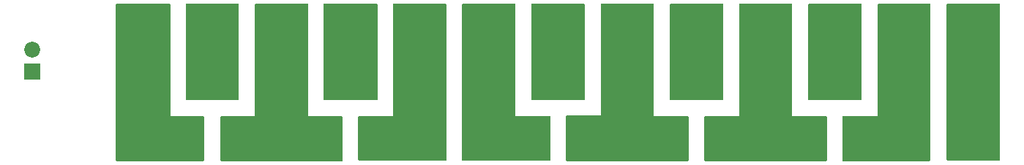
<source format=gbr>
G04 EAGLE Gerber RS-274X export*
G75*
%MOMM*%
%FSLAX34Y34*%
%LPD*%
%INBottom Copper*%
%IPPOS*%
%AMOC8*
5,1,8,0,0,1.08239X$1,22.5*%
G01*
%ADD10R,1.832800X1.832800*%
%ADD11C,1.832800*%

G36*
X790164Y8610D02*
X790164Y8610D01*
X790228Y8609D01*
X790303Y8630D01*
X790379Y8641D01*
X790438Y8667D01*
X790500Y8684D01*
X790566Y8725D01*
X790636Y8757D01*
X790685Y8799D01*
X790740Y8832D01*
X790792Y8890D01*
X790850Y8940D01*
X790886Y8994D01*
X790929Y9042D01*
X790962Y9111D01*
X791005Y9176D01*
X791024Y9238D01*
X791052Y9295D01*
X791063Y9365D01*
X791087Y9446D01*
X791088Y9531D01*
X791099Y9600D01*
X791099Y59400D01*
X791090Y59464D01*
X791091Y59528D01*
X791070Y59603D01*
X791059Y59679D01*
X791033Y59738D01*
X791016Y59800D01*
X790975Y59866D01*
X790943Y59936D01*
X790901Y59985D01*
X790868Y60040D01*
X790810Y60092D01*
X790760Y60150D01*
X790706Y60186D01*
X790658Y60229D01*
X790589Y60262D01*
X790524Y60305D01*
X790462Y60324D01*
X790405Y60352D01*
X790335Y60363D01*
X790254Y60387D01*
X790169Y60388D01*
X790100Y60399D01*
X750999Y60399D01*
X750999Y190000D01*
X750990Y190064D01*
X750991Y190128D01*
X750970Y190203D01*
X750959Y190279D01*
X750933Y190338D01*
X750916Y190400D01*
X750875Y190466D01*
X750843Y190536D01*
X750801Y190585D01*
X750768Y190640D01*
X750710Y190692D01*
X750660Y190750D01*
X750606Y190786D01*
X750558Y190829D01*
X750489Y190862D01*
X750424Y190905D01*
X750362Y190924D01*
X750305Y190952D01*
X750235Y190963D01*
X750154Y190987D01*
X750069Y190988D01*
X750000Y190999D01*
X690500Y190999D01*
X690436Y190990D01*
X690372Y190991D01*
X690297Y190970D01*
X690221Y190959D01*
X690162Y190933D01*
X690100Y190916D01*
X690034Y190875D01*
X689964Y190843D01*
X689915Y190801D01*
X689860Y190768D01*
X689808Y190710D01*
X689750Y190660D01*
X689714Y190606D01*
X689671Y190558D01*
X689638Y190489D01*
X689595Y190424D01*
X689576Y190362D01*
X689548Y190305D01*
X689537Y190235D01*
X689513Y190154D01*
X689512Y190069D01*
X689501Y190000D01*
X689501Y61399D01*
X650400Y61399D01*
X650336Y61390D01*
X650272Y61391D01*
X650197Y61370D01*
X650121Y61359D01*
X650062Y61333D01*
X650000Y61316D01*
X649934Y61275D01*
X649864Y61243D01*
X649815Y61201D01*
X649760Y61168D01*
X649708Y61110D01*
X649650Y61060D01*
X649614Y61006D01*
X649571Y60958D01*
X649538Y60889D01*
X649495Y60824D01*
X649476Y60762D01*
X649448Y60705D01*
X649437Y60635D01*
X649413Y60554D01*
X649412Y60469D01*
X649401Y60400D01*
X649401Y9600D01*
X649410Y9536D01*
X649409Y9472D01*
X649430Y9397D01*
X649441Y9321D01*
X649467Y9262D01*
X649484Y9200D01*
X649525Y9134D01*
X649557Y9064D01*
X649599Y9015D01*
X649632Y8960D01*
X649690Y8908D01*
X649740Y8850D01*
X649794Y8814D01*
X649842Y8771D01*
X649911Y8738D01*
X649976Y8695D01*
X650038Y8676D01*
X650095Y8648D01*
X650165Y8637D01*
X650246Y8613D01*
X650331Y8612D01*
X650400Y8601D01*
X790100Y8601D01*
X790164Y8610D01*
G37*
G36*
X390164Y8610D02*
X390164Y8610D01*
X390228Y8609D01*
X390303Y8630D01*
X390379Y8641D01*
X390438Y8667D01*
X390500Y8684D01*
X390566Y8725D01*
X390636Y8757D01*
X390685Y8799D01*
X390740Y8832D01*
X390792Y8890D01*
X390850Y8940D01*
X390886Y8994D01*
X390929Y9042D01*
X390962Y9111D01*
X391005Y9176D01*
X391024Y9238D01*
X391052Y9295D01*
X391063Y9365D01*
X391087Y9446D01*
X391088Y9531D01*
X391099Y9600D01*
X391099Y59400D01*
X391090Y59464D01*
X391091Y59528D01*
X391070Y59603D01*
X391059Y59679D01*
X391033Y59738D01*
X391016Y59800D01*
X390975Y59866D01*
X390943Y59936D01*
X390901Y59985D01*
X390868Y60040D01*
X390810Y60092D01*
X390760Y60150D01*
X390706Y60186D01*
X390658Y60229D01*
X390589Y60262D01*
X390524Y60305D01*
X390462Y60324D01*
X390405Y60352D01*
X390335Y60363D01*
X390254Y60387D01*
X390169Y60388D01*
X390100Y60399D01*
X350999Y60399D01*
X350999Y190000D01*
X350990Y190064D01*
X350991Y190128D01*
X350970Y190203D01*
X350959Y190279D01*
X350933Y190338D01*
X350916Y190400D01*
X350875Y190466D01*
X350843Y190536D01*
X350801Y190585D01*
X350768Y190640D01*
X350710Y190692D01*
X350660Y190750D01*
X350606Y190786D01*
X350558Y190829D01*
X350489Y190862D01*
X350424Y190905D01*
X350362Y190924D01*
X350305Y190952D01*
X350235Y190963D01*
X350154Y190987D01*
X350069Y190988D01*
X350000Y190999D01*
X290500Y190999D01*
X290436Y190990D01*
X290372Y190991D01*
X290297Y190970D01*
X290221Y190959D01*
X290162Y190933D01*
X290100Y190916D01*
X290034Y190875D01*
X289964Y190843D01*
X289915Y190801D01*
X289860Y190768D01*
X289808Y190710D01*
X289750Y190660D01*
X289714Y190606D01*
X289671Y190558D01*
X289638Y190489D01*
X289595Y190424D01*
X289576Y190362D01*
X289548Y190305D01*
X289537Y190235D01*
X289513Y190154D01*
X289512Y190069D01*
X289501Y190000D01*
X289501Y60399D01*
X250400Y60399D01*
X250336Y60390D01*
X250272Y60391D01*
X250197Y60370D01*
X250121Y60359D01*
X250062Y60333D01*
X250000Y60316D01*
X249934Y60275D01*
X249864Y60243D01*
X249815Y60201D01*
X249760Y60168D01*
X249708Y60110D01*
X249650Y60060D01*
X249614Y60006D01*
X249571Y59958D01*
X249538Y59889D01*
X249495Y59824D01*
X249476Y59762D01*
X249448Y59705D01*
X249437Y59635D01*
X249413Y59554D01*
X249412Y59469D01*
X249401Y59400D01*
X249401Y9600D01*
X249410Y9536D01*
X249409Y9472D01*
X249430Y9397D01*
X249441Y9321D01*
X249467Y9262D01*
X249484Y9200D01*
X249525Y9134D01*
X249557Y9064D01*
X249599Y9015D01*
X249632Y8960D01*
X249690Y8908D01*
X249740Y8850D01*
X249794Y8814D01*
X249842Y8771D01*
X249911Y8738D01*
X249976Y8695D01*
X250038Y8676D01*
X250095Y8648D01*
X250165Y8637D01*
X250246Y8613D01*
X250331Y8612D01*
X250400Y8601D01*
X390100Y8601D01*
X390164Y8610D01*
G37*
G36*
X950164Y8610D02*
X950164Y8610D01*
X950228Y8609D01*
X950303Y8630D01*
X950379Y8641D01*
X950438Y8667D01*
X950500Y8684D01*
X950566Y8725D01*
X950636Y8757D01*
X950685Y8799D01*
X950740Y8832D01*
X950792Y8890D01*
X950850Y8940D01*
X950886Y8994D01*
X950929Y9042D01*
X950962Y9111D01*
X951005Y9176D01*
X951024Y9238D01*
X951052Y9295D01*
X951063Y9365D01*
X951087Y9446D01*
X951088Y9531D01*
X951099Y9600D01*
X951099Y59400D01*
X951090Y59464D01*
X951091Y59528D01*
X951070Y59603D01*
X951059Y59679D01*
X951033Y59738D01*
X951016Y59800D01*
X950975Y59866D01*
X950943Y59936D01*
X950901Y59985D01*
X950868Y60040D01*
X950810Y60092D01*
X950760Y60150D01*
X950706Y60186D01*
X950658Y60229D01*
X950589Y60262D01*
X950524Y60305D01*
X950462Y60324D01*
X950405Y60352D01*
X950335Y60363D01*
X950254Y60387D01*
X950169Y60388D01*
X950100Y60399D01*
X910999Y60399D01*
X910999Y190000D01*
X910990Y190064D01*
X910991Y190128D01*
X910970Y190203D01*
X910959Y190279D01*
X910933Y190338D01*
X910916Y190400D01*
X910875Y190466D01*
X910843Y190536D01*
X910801Y190585D01*
X910768Y190640D01*
X910710Y190692D01*
X910660Y190750D01*
X910606Y190786D01*
X910558Y190829D01*
X910489Y190862D01*
X910424Y190905D01*
X910362Y190924D01*
X910305Y190952D01*
X910235Y190963D01*
X910154Y190987D01*
X910069Y190988D01*
X910000Y190999D01*
X850500Y190999D01*
X850436Y190990D01*
X850372Y190991D01*
X850297Y190970D01*
X850221Y190959D01*
X850162Y190933D01*
X850100Y190916D01*
X850034Y190875D01*
X849964Y190843D01*
X849915Y190801D01*
X849860Y190768D01*
X849808Y190710D01*
X849750Y190660D01*
X849714Y190606D01*
X849671Y190558D01*
X849638Y190489D01*
X849595Y190424D01*
X849576Y190362D01*
X849548Y190305D01*
X849537Y190235D01*
X849513Y190154D01*
X849512Y190069D01*
X849501Y190000D01*
X849501Y60399D01*
X810400Y60399D01*
X810336Y60390D01*
X810272Y60391D01*
X810197Y60370D01*
X810121Y60359D01*
X810062Y60333D01*
X810000Y60316D01*
X809934Y60275D01*
X809864Y60243D01*
X809815Y60201D01*
X809760Y60168D01*
X809708Y60110D01*
X809650Y60060D01*
X809614Y60006D01*
X809571Y59958D01*
X809538Y59889D01*
X809495Y59824D01*
X809476Y59762D01*
X809448Y59705D01*
X809437Y59635D01*
X809413Y59554D01*
X809412Y59469D01*
X809401Y59400D01*
X809401Y9600D01*
X809410Y9536D01*
X809409Y9472D01*
X809430Y9397D01*
X809441Y9321D01*
X809467Y9262D01*
X809484Y9200D01*
X809525Y9134D01*
X809557Y9064D01*
X809599Y9015D01*
X809632Y8960D01*
X809690Y8908D01*
X809740Y8850D01*
X809794Y8814D01*
X809842Y8771D01*
X809911Y8738D01*
X809976Y8695D01*
X810038Y8676D01*
X810095Y8648D01*
X810165Y8637D01*
X810246Y8613D01*
X810331Y8612D01*
X810400Y8601D01*
X950100Y8601D01*
X950164Y8610D01*
G37*
G36*
X229764Y8610D02*
X229764Y8610D01*
X229828Y8609D01*
X229903Y8630D01*
X229979Y8641D01*
X230038Y8667D01*
X230100Y8684D01*
X230166Y8725D01*
X230236Y8757D01*
X230285Y8799D01*
X230340Y8832D01*
X230392Y8890D01*
X230450Y8940D01*
X230486Y8994D01*
X230529Y9042D01*
X230562Y9111D01*
X230605Y9176D01*
X230624Y9238D01*
X230652Y9295D01*
X230663Y9365D01*
X230687Y9446D01*
X230688Y9531D01*
X230699Y9600D01*
X230699Y59400D01*
X230690Y59464D01*
X230691Y59528D01*
X230670Y59603D01*
X230659Y59679D01*
X230633Y59738D01*
X230616Y59800D01*
X230575Y59866D01*
X230543Y59936D01*
X230501Y59985D01*
X230468Y60040D01*
X230410Y60092D01*
X230360Y60150D01*
X230306Y60186D01*
X230258Y60229D01*
X230189Y60262D01*
X230124Y60305D01*
X230062Y60324D01*
X230005Y60352D01*
X229935Y60363D01*
X229854Y60387D01*
X229769Y60388D01*
X229700Y60399D01*
X191599Y60399D01*
X191599Y190000D01*
X191590Y190064D01*
X191591Y190128D01*
X191570Y190203D01*
X191559Y190279D01*
X191533Y190338D01*
X191516Y190400D01*
X191475Y190466D01*
X191443Y190536D01*
X191401Y190585D01*
X191368Y190640D01*
X191310Y190692D01*
X191260Y190750D01*
X191206Y190786D01*
X191158Y190829D01*
X191089Y190862D01*
X191024Y190905D01*
X190962Y190924D01*
X190905Y190952D01*
X190835Y190963D01*
X190754Y190987D01*
X190669Y190988D01*
X190600Y190999D01*
X129800Y190999D01*
X129736Y190990D01*
X129672Y190991D01*
X129597Y190970D01*
X129521Y190959D01*
X129462Y190933D01*
X129400Y190916D01*
X129334Y190875D01*
X129264Y190843D01*
X129215Y190801D01*
X129160Y190768D01*
X129108Y190710D01*
X129050Y190660D01*
X129014Y190606D01*
X128971Y190558D01*
X128938Y190489D01*
X128895Y190424D01*
X128876Y190362D01*
X128848Y190305D01*
X128837Y190235D01*
X128813Y190154D01*
X128812Y190069D01*
X128801Y190000D01*
X128801Y9600D01*
X128810Y9536D01*
X128809Y9472D01*
X128830Y9397D01*
X128841Y9321D01*
X128867Y9262D01*
X128884Y9200D01*
X128925Y9134D01*
X128957Y9064D01*
X128999Y9015D01*
X129032Y8960D01*
X129090Y8908D01*
X129140Y8850D01*
X129194Y8814D01*
X129242Y8771D01*
X129311Y8738D01*
X129376Y8695D01*
X129438Y8676D01*
X129495Y8648D01*
X129565Y8637D01*
X129646Y8613D01*
X129731Y8612D01*
X129800Y8601D01*
X229700Y8601D01*
X229764Y8610D01*
G37*
G36*
X630064Y9010D02*
X630064Y9010D01*
X630128Y9009D01*
X630203Y9030D01*
X630279Y9041D01*
X630338Y9067D01*
X630400Y9084D01*
X630466Y9125D01*
X630536Y9157D01*
X630585Y9199D01*
X630640Y9232D01*
X630692Y9290D01*
X630750Y9340D01*
X630786Y9394D01*
X630829Y9442D01*
X630862Y9511D01*
X630905Y9576D01*
X630924Y9638D01*
X630952Y9695D01*
X630963Y9765D01*
X630987Y9846D01*
X630988Y9931D01*
X630999Y10000D01*
X630999Y60000D01*
X630991Y60060D01*
X630991Y60090D01*
X630991Y60092D01*
X630991Y60128D01*
X630970Y60203D01*
X630959Y60279D01*
X630933Y60338D01*
X630916Y60400D01*
X630875Y60466D01*
X630843Y60536D01*
X630801Y60585D01*
X630768Y60640D01*
X630710Y60692D01*
X630660Y60750D01*
X630606Y60786D01*
X630558Y60829D01*
X630489Y60862D01*
X630424Y60905D01*
X630362Y60924D01*
X630305Y60952D01*
X630235Y60963D01*
X630154Y60987D01*
X630069Y60988D01*
X630000Y60999D01*
X590999Y60999D01*
X590999Y190000D01*
X590990Y190064D01*
X590991Y190128D01*
X590970Y190203D01*
X590959Y190279D01*
X590933Y190338D01*
X590916Y190400D01*
X590875Y190466D01*
X590843Y190536D01*
X590801Y190585D01*
X590768Y190640D01*
X590710Y190692D01*
X590660Y190750D01*
X590606Y190786D01*
X590558Y190829D01*
X590489Y190862D01*
X590424Y190905D01*
X590362Y190924D01*
X590305Y190952D01*
X590235Y190963D01*
X590154Y190987D01*
X590069Y190988D01*
X590000Y190999D01*
X530000Y190999D01*
X529936Y190990D01*
X529872Y190991D01*
X529797Y190970D01*
X529721Y190959D01*
X529662Y190933D01*
X529600Y190916D01*
X529534Y190875D01*
X529464Y190843D01*
X529415Y190801D01*
X529360Y190768D01*
X529308Y190710D01*
X529250Y190660D01*
X529214Y190606D01*
X529171Y190558D01*
X529138Y190489D01*
X529095Y190424D01*
X529076Y190362D01*
X529048Y190305D01*
X529037Y190235D01*
X529013Y190154D01*
X529012Y190069D01*
X529001Y190000D01*
X529001Y10000D01*
X529010Y9936D01*
X529009Y9872D01*
X529030Y9797D01*
X529041Y9721D01*
X529067Y9662D01*
X529084Y9600D01*
X529125Y9534D01*
X529157Y9464D01*
X529199Y9415D01*
X529232Y9360D01*
X529290Y9308D01*
X529340Y9250D01*
X529394Y9214D01*
X529442Y9171D01*
X529511Y9138D01*
X529576Y9095D01*
X529638Y9076D01*
X529695Y9048D01*
X529765Y9037D01*
X529846Y9013D01*
X529931Y9012D01*
X530000Y9001D01*
X630000Y9001D01*
X630064Y9010D01*
G37*
G36*
X510064Y9010D02*
X510064Y9010D01*
X510128Y9009D01*
X510203Y9030D01*
X510279Y9041D01*
X510338Y9067D01*
X510400Y9084D01*
X510466Y9125D01*
X510536Y9157D01*
X510585Y9199D01*
X510640Y9232D01*
X510692Y9290D01*
X510750Y9340D01*
X510786Y9394D01*
X510829Y9442D01*
X510862Y9511D01*
X510905Y9576D01*
X510924Y9638D01*
X510952Y9695D01*
X510963Y9765D01*
X510987Y9846D01*
X510988Y9931D01*
X510999Y10000D01*
X510999Y190000D01*
X510990Y190064D01*
X510991Y190128D01*
X510970Y190203D01*
X510959Y190279D01*
X510933Y190338D01*
X510916Y190400D01*
X510875Y190466D01*
X510843Y190536D01*
X510801Y190585D01*
X510768Y190640D01*
X510710Y190692D01*
X510660Y190750D01*
X510606Y190786D01*
X510558Y190829D01*
X510489Y190862D01*
X510424Y190905D01*
X510362Y190924D01*
X510305Y190952D01*
X510235Y190963D01*
X510154Y190987D01*
X510069Y190988D01*
X510000Y190999D01*
X450000Y190999D01*
X449936Y190990D01*
X449872Y190991D01*
X449797Y190970D01*
X449721Y190959D01*
X449662Y190933D01*
X449600Y190916D01*
X449534Y190875D01*
X449464Y190843D01*
X449415Y190801D01*
X449360Y190768D01*
X449308Y190710D01*
X449250Y190660D01*
X449214Y190606D01*
X449171Y190558D01*
X449138Y190489D01*
X449095Y190424D01*
X449076Y190362D01*
X449048Y190305D01*
X449037Y190235D01*
X449013Y190154D01*
X449012Y190069D01*
X449001Y190000D01*
X449001Y60999D01*
X410000Y60999D01*
X409936Y60990D01*
X409872Y60991D01*
X409797Y60970D01*
X409721Y60959D01*
X409662Y60933D01*
X409600Y60916D01*
X409534Y60875D01*
X409464Y60843D01*
X409415Y60801D01*
X409360Y60768D01*
X409308Y60710D01*
X409250Y60660D01*
X409214Y60606D01*
X409171Y60558D01*
X409138Y60489D01*
X409095Y60424D01*
X409076Y60362D01*
X409048Y60305D01*
X409037Y60235D01*
X409013Y60154D01*
X409012Y60069D01*
X409001Y60000D01*
X409001Y10000D01*
X409010Y9936D01*
X409009Y9872D01*
X409030Y9797D01*
X409041Y9721D01*
X409067Y9662D01*
X409084Y9600D01*
X409125Y9534D01*
X409157Y9464D01*
X409199Y9415D01*
X409232Y9360D01*
X409290Y9308D01*
X409340Y9250D01*
X409394Y9214D01*
X409442Y9171D01*
X409511Y9138D01*
X409576Y9095D01*
X409638Y9076D01*
X409695Y9048D01*
X409765Y9037D01*
X409846Y9013D01*
X409931Y9012D01*
X410000Y9001D01*
X510000Y9001D01*
X510064Y9010D01*
G37*
G36*
X1069565Y8610D02*
X1069565Y8610D01*
X1069627Y8609D01*
X1069703Y8629D01*
X1069781Y8641D01*
X1069839Y8667D01*
X1069899Y8683D01*
X1069967Y8724D01*
X1070038Y8757D01*
X1070086Y8798D01*
X1070140Y8831D01*
X1070193Y8889D01*
X1070253Y8940D01*
X1070287Y8993D01*
X1070329Y9039D01*
X1070364Y9110D01*
X1070407Y9176D01*
X1070426Y9236D01*
X1070453Y9293D01*
X1070464Y9363D01*
X1070490Y9446D01*
X1070491Y9529D01*
X1070502Y9597D01*
X1070991Y189997D01*
X1070982Y190062D01*
X1070983Y190128D01*
X1070963Y190201D01*
X1070952Y190277D01*
X1070925Y190336D01*
X1070908Y190400D01*
X1070868Y190464D01*
X1070837Y190534D01*
X1070794Y190584D01*
X1070760Y190640D01*
X1070703Y190691D01*
X1070654Y190749D01*
X1070599Y190785D01*
X1070550Y190829D01*
X1070482Y190862D01*
X1070418Y190904D01*
X1070355Y190923D01*
X1070296Y190952D01*
X1070228Y190962D01*
X1070149Y190987D01*
X1070062Y190988D01*
X1069992Y190999D01*
X1010900Y190999D01*
X1010836Y190990D01*
X1010772Y190991D01*
X1010697Y190970D01*
X1010621Y190959D01*
X1010562Y190933D01*
X1010500Y190916D01*
X1010434Y190875D01*
X1010364Y190843D01*
X1010315Y190801D01*
X1010260Y190768D01*
X1010208Y190710D01*
X1010150Y190660D01*
X1010114Y190606D01*
X1010071Y190558D01*
X1010038Y190489D01*
X1009995Y190424D01*
X1009976Y190362D01*
X1009948Y190305D01*
X1009937Y190235D01*
X1009913Y190154D01*
X1009912Y190069D01*
X1009901Y190000D01*
X1009901Y60399D01*
X969800Y60399D01*
X969736Y60390D01*
X969672Y60391D01*
X969597Y60370D01*
X969521Y60359D01*
X969462Y60333D01*
X969400Y60316D01*
X969334Y60275D01*
X969264Y60243D01*
X969215Y60201D01*
X969160Y60168D01*
X969108Y60110D01*
X969050Y60060D01*
X969014Y60006D01*
X968971Y59958D01*
X968938Y59889D01*
X968895Y59824D01*
X968876Y59762D01*
X968848Y59705D01*
X968837Y59635D01*
X968813Y59554D01*
X968812Y59469D01*
X968801Y59400D01*
X968801Y9600D01*
X968810Y9536D01*
X968809Y9472D01*
X968830Y9397D01*
X968841Y9321D01*
X968867Y9262D01*
X968884Y9200D01*
X968925Y9134D01*
X968957Y9064D01*
X968999Y9015D01*
X969032Y8960D01*
X969090Y8908D01*
X969140Y8850D01*
X969194Y8814D01*
X969242Y8771D01*
X969311Y8738D01*
X969376Y8695D01*
X969438Y8676D01*
X969495Y8648D01*
X969565Y8637D01*
X969646Y8613D01*
X969731Y8612D01*
X969800Y8601D01*
X1069502Y8601D01*
X1069565Y8610D01*
G37*
G36*
X1150264Y9110D02*
X1150264Y9110D01*
X1150328Y9109D01*
X1150403Y9130D01*
X1150479Y9141D01*
X1150538Y9167D01*
X1150600Y9184D01*
X1150666Y9225D01*
X1150736Y9257D01*
X1150785Y9299D01*
X1150840Y9332D01*
X1150892Y9390D01*
X1150950Y9440D01*
X1150986Y9494D01*
X1151029Y9542D01*
X1151062Y9611D01*
X1151105Y9676D01*
X1151124Y9738D01*
X1151152Y9795D01*
X1151163Y9865D01*
X1151187Y9946D01*
X1151188Y10031D01*
X1151199Y10100D01*
X1151199Y190000D01*
X1151191Y190061D01*
X1151191Y190093D01*
X1151191Y190094D01*
X1151191Y190128D01*
X1151170Y190203D01*
X1151159Y190279D01*
X1151133Y190338D01*
X1151116Y190400D01*
X1151075Y190466D01*
X1151043Y190536D01*
X1151001Y190585D01*
X1150968Y190640D01*
X1150910Y190692D01*
X1150860Y190750D01*
X1150806Y190786D01*
X1150758Y190829D01*
X1150689Y190862D01*
X1150624Y190905D01*
X1150562Y190924D01*
X1150505Y190952D01*
X1150435Y190963D01*
X1150354Y190987D01*
X1150269Y190988D01*
X1150200Y190999D01*
X1090700Y190999D01*
X1090636Y190990D01*
X1090572Y190991D01*
X1090497Y190970D01*
X1090421Y190959D01*
X1090362Y190933D01*
X1090300Y190916D01*
X1090234Y190875D01*
X1090164Y190843D01*
X1090115Y190801D01*
X1090060Y190768D01*
X1090008Y190710D01*
X1089950Y190660D01*
X1089914Y190606D01*
X1089871Y190558D01*
X1089838Y190489D01*
X1089795Y190424D01*
X1089776Y190362D01*
X1089748Y190305D01*
X1089737Y190235D01*
X1089713Y190154D01*
X1089712Y190069D01*
X1089701Y190000D01*
X1089701Y10100D01*
X1089710Y10036D01*
X1089709Y9972D01*
X1089730Y9897D01*
X1089741Y9821D01*
X1089767Y9762D01*
X1089784Y9700D01*
X1089825Y9634D01*
X1089857Y9564D01*
X1089899Y9515D01*
X1089932Y9460D01*
X1089990Y9408D01*
X1090040Y9350D01*
X1090094Y9314D01*
X1090142Y9271D01*
X1090211Y9238D01*
X1090276Y9195D01*
X1090338Y9176D01*
X1090395Y9148D01*
X1090465Y9137D01*
X1090546Y9113D01*
X1090631Y9112D01*
X1090700Y9101D01*
X1150200Y9101D01*
X1150264Y9110D01*
G37*
G36*
X430264Y79110D02*
X430264Y79110D01*
X430328Y79109D01*
X430403Y79130D01*
X430479Y79141D01*
X430538Y79167D01*
X430600Y79184D01*
X430666Y79225D01*
X430736Y79257D01*
X430785Y79299D01*
X430840Y79332D01*
X430892Y79390D01*
X430950Y79440D01*
X430986Y79494D01*
X431029Y79542D01*
X431062Y79611D01*
X431105Y79676D01*
X431124Y79738D01*
X431152Y79795D01*
X431163Y79865D01*
X431187Y79946D01*
X431188Y80031D01*
X431199Y80100D01*
X431199Y190000D01*
X431190Y190064D01*
X431191Y190128D01*
X431170Y190203D01*
X431159Y190279D01*
X431133Y190338D01*
X431116Y190400D01*
X431075Y190466D01*
X431043Y190536D01*
X431001Y190585D01*
X430968Y190640D01*
X430910Y190692D01*
X430860Y190750D01*
X430806Y190786D01*
X430758Y190829D01*
X430689Y190862D01*
X430624Y190905D01*
X430562Y190924D01*
X430505Y190952D01*
X430435Y190963D01*
X430354Y190987D01*
X430269Y190988D01*
X430200Y190999D01*
X369700Y190999D01*
X369636Y190990D01*
X369572Y190991D01*
X369497Y190970D01*
X369421Y190959D01*
X369362Y190933D01*
X369300Y190916D01*
X369234Y190875D01*
X369164Y190843D01*
X369115Y190801D01*
X369060Y190768D01*
X369008Y190710D01*
X368950Y190660D01*
X368914Y190606D01*
X368871Y190558D01*
X368838Y190489D01*
X368795Y190424D01*
X368776Y190362D01*
X368748Y190305D01*
X368737Y190235D01*
X368713Y190154D01*
X368712Y190069D01*
X368701Y190000D01*
X368701Y80100D01*
X368710Y80036D01*
X368709Y79972D01*
X368730Y79897D01*
X368741Y79821D01*
X368767Y79762D01*
X368784Y79700D01*
X368825Y79634D01*
X368857Y79564D01*
X368899Y79515D01*
X368932Y79460D01*
X368990Y79408D01*
X369040Y79350D01*
X369094Y79314D01*
X369142Y79271D01*
X369211Y79238D01*
X369276Y79195D01*
X369338Y79176D01*
X369395Y79148D01*
X369465Y79137D01*
X369546Y79113D01*
X369631Y79112D01*
X369700Y79101D01*
X430200Y79101D01*
X430264Y79110D01*
G37*
G36*
X669864Y79110D02*
X669864Y79110D01*
X669928Y79109D01*
X670003Y79130D01*
X670079Y79141D01*
X670138Y79167D01*
X670200Y79184D01*
X670266Y79225D01*
X670336Y79257D01*
X670385Y79299D01*
X670440Y79332D01*
X670492Y79390D01*
X670550Y79440D01*
X670586Y79494D01*
X670629Y79542D01*
X670662Y79611D01*
X670705Y79676D01*
X670724Y79738D01*
X670752Y79795D01*
X670763Y79865D01*
X670787Y79946D01*
X670788Y80031D01*
X670799Y80100D01*
X670799Y190000D01*
X670790Y190064D01*
X670791Y190128D01*
X670770Y190203D01*
X670759Y190279D01*
X670733Y190338D01*
X670716Y190400D01*
X670675Y190466D01*
X670643Y190536D01*
X670601Y190585D01*
X670568Y190640D01*
X670510Y190692D01*
X670460Y190750D01*
X670406Y190786D01*
X670358Y190829D01*
X670289Y190862D01*
X670224Y190905D01*
X670162Y190924D01*
X670105Y190952D01*
X670035Y190963D01*
X669954Y190987D01*
X669869Y190988D01*
X669800Y190999D01*
X610300Y190999D01*
X610236Y190990D01*
X610172Y190991D01*
X610097Y190970D01*
X610021Y190959D01*
X609962Y190933D01*
X609900Y190916D01*
X609834Y190875D01*
X609764Y190843D01*
X609715Y190801D01*
X609660Y190768D01*
X609608Y190710D01*
X609550Y190660D01*
X609514Y190606D01*
X609471Y190558D01*
X609438Y190489D01*
X609395Y190424D01*
X609376Y190362D01*
X609348Y190305D01*
X609337Y190235D01*
X609313Y190154D01*
X609312Y190069D01*
X609301Y190000D01*
X609301Y80100D01*
X609310Y80036D01*
X609309Y79972D01*
X609330Y79897D01*
X609341Y79821D01*
X609367Y79762D01*
X609384Y79700D01*
X609425Y79634D01*
X609457Y79564D01*
X609499Y79515D01*
X609532Y79460D01*
X609590Y79408D01*
X609640Y79350D01*
X609694Y79314D01*
X609742Y79271D01*
X609811Y79238D01*
X609876Y79195D01*
X609938Y79176D01*
X609995Y79148D01*
X610065Y79137D01*
X610146Y79113D01*
X610231Y79112D01*
X610300Y79101D01*
X669800Y79101D01*
X669864Y79110D01*
G37*
G36*
X990264Y79110D02*
X990264Y79110D01*
X990328Y79109D01*
X990403Y79130D01*
X990479Y79141D01*
X990538Y79167D01*
X990600Y79184D01*
X990666Y79225D01*
X990736Y79257D01*
X990785Y79299D01*
X990840Y79332D01*
X990892Y79390D01*
X990950Y79440D01*
X990986Y79494D01*
X991029Y79542D01*
X991062Y79611D01*
X991105Y79676D01*
X991124Y79738D01*
X991152Y79795D01*
X991163Y79865D01*
X991187Y79946D01*
X991188Y80031D01*
X991199Y80100D01*
X991199Y190000D01*
X991190Y190064D01*
X991191Y190128D01*
X991170Y190203D01*
X991159Y190279D01*
X991133Y190338D01*
X991116Y190400D01*
X991075Y190466D01*
X991043Y190536D01*
X991001Y190585D01*
X990968Y190640D01*
X990910Y190692D01*
X990860Y190750D01*
X990806Y190786D01*
X990758Y190829D01*
X990689Y190862D01*
X990624Y190905D01*
X990562Y190924D01*
X990505Y190952D01*
X990435Y190963D01*
X990354Y190987D01*
X990269Y190988D01*
X990200Y190999D01*
X930700Y190999D01*
X930636Y190990D01*
X930572Y190991D01*
X930497Y190970D01*
X930421Y190959D01*
X930362Y190933D01*
X930300Y190916D01*
X930234Y190875D01*
X930164Y190843D01*
X930115Y190801D01*
X930060Y190768D01*
X930008Y190710D01*
X929950Y190660D01*
X929914Y190606D01*
X929871Y190558D01*
X929838Y190489D01*
X929795Y190424D01*
X929776Y190362D01*
X929748Y190305D01*
X929737Y190235D01*
X929713Y190154D01*
X929712Y190069D01*
X929701Y190000D01*
X929701Y80100D01*
X929710Y80036D01*
X929709Y79972D01*
X929730Y79897D01*
X929741Y79821D01*
X929767Y79762D01*
X929784Y79700D01*
X929825Y79634D01*
X929857Y79564D01*
X929899Y79515D01*
X929932Y79460D01*
X929990Y79408D01*
X930040Y79350D01*
X930094Y79314D01*
X930142Y79271D01*
X930211Y79238D01*
X930276Y79195D01*
X930338Y79176D01*
X930395Y79148D01*
X930465Y79137D01*
X930546Y79113D01*
X930631Y79112D01*
X930700Y79101D01*
X990200Y79101D01*
X990264Y79110D01*
G37*
G36*
X830264Y79110D02*
X830264Y79110D01*
X830328Y79109D01*
X830403Y79130D01*
X830479Y79141D01*
X830538Y79167D01*
X830600Y79184D01*
X830666Y79225D01*
X830736Y79257D01*
X830785Y79299D01*
X830840Y79332D01*
X830892Y79390D01*
X830950Y79440D01*
X830986Y79494D01*
X831029Y79542D01*
X831062Y79611D01*
X831105Y79676D01*
X831124Y79738D01*
X831152Y79795D01*
X831163Y79865D01*
X831187Y79946D01*
X831188Y80031D01*
X831199Y80100D01*
X831199Y190000D01*
X831190Y190064D01*
X831191Y190128D01*
X831170Y190203D01*
X831159Y190279D01*
X831133Y190338D01*
X831116Y190400D01*
X831075Y190466D01*
X831043Y190536D01*
X831001Y190585D01*
X830968Y190640D01*
X830910Y190692D01*
X830860Y190750D01*
X830806Y190786D01*
X830758Y190829D01*
X830689Y190862D01*
X830624Y190905D01*
X830562Y190924D01*
X830505Y190952D01*
X830435Y190963D01*
X830354Y190987D01*
X830269Y190988D01*
X830200Y190999D01*
X770700Y190999D01*
X770636Y190990D01*
X770572Y190991D01*
X770497Y190970D01*
X770421Y190959D01*
X770362Y190933D01*
X770300Y190916D01*
X770234Y190875D01*
X770164Y190843D01*
X770115Y190801D01*
X770060Y190768D01*
X770008Y190710D01*
X769950Y190660D01*
X769914Y190606D01*
X769871Y190558D01*
X769838Y190489D01*
X769795Y190424D01*
X769776Y190362D01*
X769748Y190305D01*
X769737Y190235D01*
X769713Y190154D01*
X769712Y190069D01*
X769701Y190000D01*
X769701Y80100D01*
X769710Y80036D01*
X769709Y79972D01*
X769730Y79897D01*
X769741Y79821D01*
X769767Y79762D01*
X769784Y79700D01*
X769825Y79634D01*
X769857Y79564D01*
X769899Y79515D01*
X769932Y79460D01*
X769990Y79408D01*
X770040Y79350D01*
X770094Y79314D01*
X770142Y79271D01*
X770211Y79238D01*
X770276Y79195D01*
X770338Y79176D01*
X770395Y79148D01*
X770465Y79137D01*
X770546Y79113D01*
X770631Y79112D01*
X770700Y79101D01*
X830200Y79101D01*
X830264Y79110D01*
G37*
G36*
X269864Y79110D02*
X269864Y79110D01*
X269928Y79109D01*
X270003Y79130D01*
X270079Y79141D01*
X270138Y79167D01*
X270200Y79184D01*
X270266Y79225D01*
X270336Y79257D01*
X270385Y79299D01*
X270440Y79332D01*
X270492Y79390D01*
X270550Y79440D01*
X270586Y79494D01*
X270629Y79542D01*
X270662Y79611D01*
X270705Y79676D01*
X270724Y79738D01*
X270752Y79795D01*
X270763Y79865D01*
X270787Y79946D01*
X270788Y80031D01*
X270799Y80100D01*
X270799Y190000D01*
X270790Y190064D01*
X270791Y190128D01*
X270770Y190203D01*
X270759Y190279D01*
X270733Y190338D01*
X270716Y190400D01*
X270675Y190466D01*
X270643Y190536D01*
X270601Y190585D01*
X270568Y190640D01*
X270510Y190692D01*
X270460Y190750D01*
X270406Y190786D01*
X270358Y190829D01*
X270289Y190862D01*
X270224Y190905D01*
X270162Y190924D01*
X270105Y190952D01*
X270035Y190963D01*
X269954Y190987D01*
X269869Y190988D01*
X269800Y190999D01*
X210300Y190999D01*
X210236Y190990D01*
X210172Y190991D01*
X210097Y190970D01*
X210021Y190959D01*
X209962Y190933D01*
X209900Y190916D01*
X209834Y190875D01*
X209764Y190843D01*
X209715Y190801D01*
X209660Y190768D01*
X209608Y190710D01*
X209550Y190660D01*
X209514Y190606D01*
X209471Y190558D01*
X209438Y190489D01*
X209395Y190424D01*
X209376Y190362D01*
X209348Y190305D01*
X209337Y190235D01*
X209313Y190154D01*
X209312Y190069D01*
X209301Y190000D01*
X209301Y80100D01*
X209310Y80036D01*
X209309Y79972D01*
X209330Y79897D01*
X209341Y79821D01*
X209367Y79762D01*
X209384Y79700D01*
X209425Y79634D01*
X209457Y79564D01*
X209499Y79515D01*
X209532Y79460D01*
X209590Y79408D01*
X209640Y79350D01*
X209694Y79314D01*
X209742Y79271D01*
X209811Y79238D01*
X209876Y79195D01*
X209938Y79176D01*
X209995Y79148D01*
X210065Y79137D01*
X210146Y79113D01*
X210231Y79112D01*
X210300Y79101D01*
X269800Y79101D01*
X269864Y79110D01*
G37*
D10*
X32000Y112200D03*
D11*
X32000Y137600D03*
M02*

</source>
